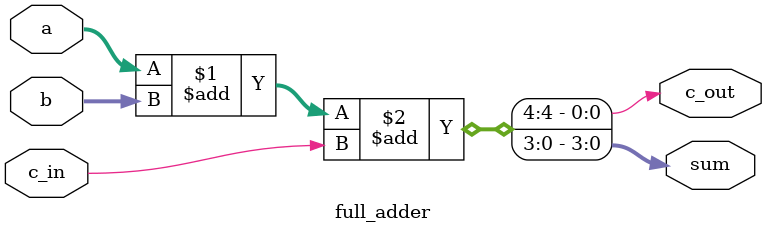
<source format=v>
module LAB1 (SW, HEX0, HEX1, HEX2, HEX3, HEX4, HEX5, LEDR);
	input [8:0] SW;
	output [6:0] HEX0, HEX1, HEX2, HEX3, HEX4, HEX5;
	output [9:0] LEDR;
	reg [9:0] LEDR;
	wire [3:0] sum;
	wire [4:0] result;
	wire c_out;
	
	//display A and B in seg
	two_digit_seg A(SW[7:4], HEX3, HEX2);
	two_digit_seg B(SW[3:0], HEX1, HEX0);
	
	//display sum result in seg
	full_adder FA(SW[7:4], SW[3:0], SW[8], c_out, sum);
	assign result = {c_out, sum};
	two_digit_seg result_de(result, HEX5, HEX4);
	
	//LEDR9 turn on when A or B is greater than 9
	always @(*) begin
		if(SW[7:4] > 9 || SW[3:0] > 9) begin
			LEDR[9] = 1'b1;
		end
		else begin
			LEDR[9] = 1'b0;
		end
	end
	
endmodule

//bcd to seg
module seg_decoder (bcd, seg);
	input [3:0] bcd;
	output [6:0] seg;
	reg [6:0] seg;
	
	always @(bcd) begin
		case (bcd)
			0 : seg = 7'b1000000;
			1 : seg = 7'b1111001;
			2 : seg = 7'b0100100;
			3 : seg = 7'b0110000;
			4 : seg = 7'b0011001;
			5 : seg = 7'b0010010;
			6 : seg = 7'b0000010;
			7 : seg = 7'b1111000;
			8 : seg = 7'b0000000;
			9 : seg = 7'b0010000;
			//lights out
			default : seg = 7'b1111111;
		endcase
	end
endmodule

//display two digit in seg
module two_digit_seg (bcd, seg1, seg0);
	input [4:0] bcd;
	output [6:0] seg1, seg0;
	
	seg_decoder de1(bcd/10, seg1);
	seg_decoder de0(bcd%10, seg0);
endmodule

//4bit full adder
module full_adder (a, b, c_in, c_out, sum);
	input c_in;
	input [3:0] a, b;
	output c_out;
	output [3:0] sum;
	
	assign {c_out, sum} = a + b + c_in;
endmodule

</source>
